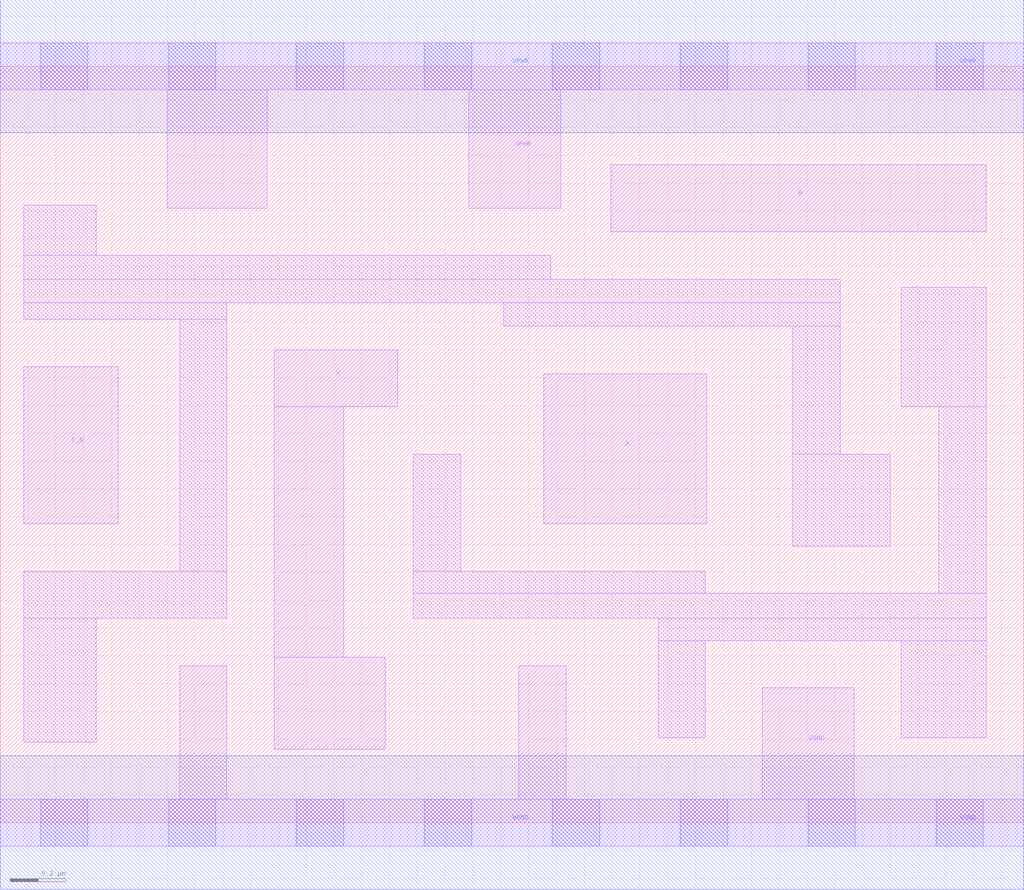
<source format=lef>
# Copyright 2020 The SkyWater PDK Authors
#
# Licensed under the Apache License, Version 2.0 (the "License");
# you may not use this file except in compliance with the License.
# You may obtain a copy of the License at
#
#     https://www.apache.org/licenses/LICENSE-2.0
#
# Unless required by applicable law or agreed to in writing, software
# distributed under the License is distributed on an "AS IS" BASIS,
# WITHOUT WARRANTIES OR CONDITIONS OF ANY KIND, either express or implied.
# See the License for the specific language governing permissions and
# limitations under the License.
#
# SPDX-License-Identifier: Apache-2.0

VERSION 5.7 ;
  NAMESCASESENSITIVE ON ;
  NOWIREEXTENSIONATPIN ON ;
  DIVIDERCHAR "/" ;
  BUSBITCHARS "[]" ;
UNITS
  DATABASE MICRONS 200 ;
END UNITS
PROPERTYDEFINITIONS
  MACRO maskLayoutSubType STRING ;
  MACRO prCellType STRING ;
  MACRO originalViewName STRING ;
END PROPERTYDEFINITIONS
MACRO sky130_fd_sc_hdll__or3b_2
  CLASS CORE ;
  FOREIGN sky130_fd_sc_hdll__or3b_2 ;
  ORIGIN  0.000000  0.000000 ;
  SIZE  3.680000 BY  2.720000 ;
  SYMMETRY X Y R90 ;
  SITE unithd ;
  PIN A
    ANTENNAGATEAREA  0.138600 ;
    DIRECTION INPUT ;
    USE SIGNAL ;
    PORT
      LAYER li1 ;
        RECT 1.955000 1.075000 2.540000 1.615000 ;
    END
  END A
  PIN B
    ANTENNAGATEAREA  0.138600 ;
    DIRECTION INPUT ;
    USE SIGNAL ;
    PORT
      LAYER li1 ;
        RECT 2.195000 2.125000 3.545000 2.365000 ;
    END
  END B
  PIN C_N
    ANTENNAGATEAREA  0.138600 ;
    DIRECTION INPUT ;
    USE SIGNAL ;
    PORT
      LAYER li1 ;
        RECT 0.085000 1.075000 0.425000 1.640000 ;
    END
  END C_N
  PIN X
    ANTENNADIFFAREA  0.741250 ;
    DIRECTION OUTPUT ;
    USE SIGNAL ;
    PORT
      LAYER li1 ;
        RECT 0.985000 0.265000 1.385000 0.595000 ;
        RECT 0.985000 0.595000 1.235000 1.495000 ;
        RECT 0.985000 1.495000 1.430000 1.700000 ;
    END
  END X
  PIN VGND
    DIRECTION INOUT ;
    USE GROUND ;
    PORT
      LAYER li1 ;
        RECT 0.000000 -0.085000 3.680000 0.085000 ;
        RECT 0.645000  0.085000 0.815000 0.565000 ;
        RECT 1.865000  0.085000 2.035000 0.565000 ;
        RECT 2.740000  0.085000 3.070000 0.485000 ;
      LAYER mcon ;
        RECT 0.145000 -0.085000 0.315000 0.085000 ;
        RECT 0.605000 -0.085000 0.775000 0.085000 ;
        RECT 1.065000 -0.085000 1.235000 0.085000 ;
        RECT 1.525000 -0.085000 1.695000 0.085000 ;
        RECT 1.985000 -0.085000 2.155000 0.085000 ;
        RECT 2.445000 -0.085000 2.615000 0.085000 ;
        RECT 2.905000 -0.085000 3.075000 0.085000 ;
        RECT 3.365000 -0.085000 3.535000 0.085000 ;
      LAYER met1 ;
        RECT 0.000000 -0.240000 3.680000 0.240000 ;
    END
  END VGND
  PIN VPWR
    DIRECTION INOUT ;
    USE POWER ;
    PORT
      LAYER li1 ;
        RECT 0.000000 2.635000 3.680000 2.805000 ;
        RECT 0.600000 2.210000 0.960000 2.635000 ;
        RECT 1.685000 2.210000 2.015000 2.635000 ;
      LAYER mcon ;
        RECT 0.145000 2.635000 0.315000 2.805000 ;
        RECT 0.605000 2.635000 0.775000 2.805000 ;
        RECT 1.065000 2.635000 1.235000 2.805000 ;
        RECT 1.525000 2.635000 1.695000 2.805000 ;
        RECT 1.985000 2.635000 2.155000 2.805000 ;
        RECT 2.445000 2.635000 2.615000 2.805000 ;
        RECT 2.905000 2.635000 3.075000 2.805000 ;
        RECT 3.365000 2.635000 3.535000 2.805000 ;
      LAYER met1 ;
        RECT 0.000000 2.480000 3.680000 2.960000 ;
    END
  END VPWR
  OBS
    LAYER li1 ;
      RECT 0.085000 0.290000 0.345000 0.735000 ;
      RECT 0.085000 0.735000 0.815000 0.905000 ;
      RECT 0.085000 1.810000 0.815000 1.870000 ;
      RECT 0.085000 1.870000 3.020000 1.955000 ;
      RECT 0.085000 1.955000 1.980000 2.040000 ;
      RECT 0.085000 2.040000 0.345000 2.220000 ;
      RECT 0.645000 0.905000 0.815000 1.810000 ;
      RECT 1.485000 0.735000 3.545000 0.825000 ;
      RECT 1.485000 0.825000 2.535000 0.905000 ;
      RECT 1.485000 0.905000 1.655000 1.325000 ;
      RECT 1.810000 1.785000 3.020000 1.870000 ;
      RECT 2.365000 0.305000 2.535000 0.655000 ;
      RECT 2.365000 0.655000 3.545000 0.735000 ;
      RECT 2.850000 0.995000 3.200000 1.325000 ;
      RECT 2.850000 1.325000 3.020000 1.785000 ;
      RECT 3.240000 0.305000 3.545000 0.655000 ;
      RECT 3.240000 1.495000 3.545000 1.925000 ;
      RECT 3.375000 0.825000 3.545000 1.495000 ;
  END
  PROPERTY maskLayoutSubType "abstract" ;
  PROPERTY prCellType "standard" ;
  PROPERTY originalViewName "layout" ;
END sky130_fd_sc_hdll__or3b_2

</source>
